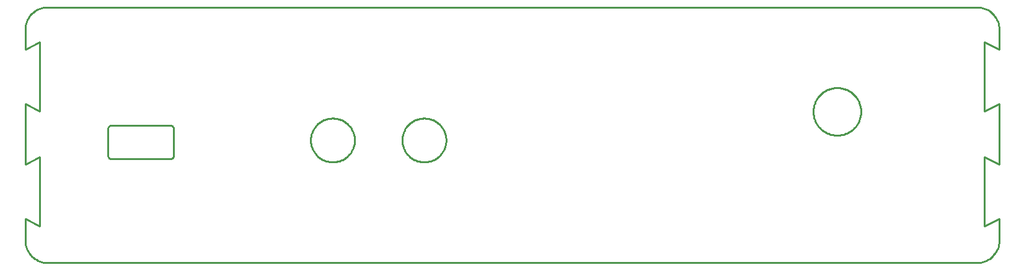
<source format=gbr>
G04 EAGLE Gerber RS-274X export*
G75*
%MOMM*%
%FSLAX34Y34*%
%LPD*%
%IN*%
%IPPOS*%
%AMOC8*
5,1,8,0,0,1.08239X$1,22.5*%
G01*
%ADD10C,0.254000*%


D10*
X0Y30000D02*
X114Y27385D01*
X456Y24791D01*
X1022Y22235D01*
X1809Y19739D01*
X2811Y17321D01*
X4019Y15000D01*
X5425Y12793D01*
X7019Y10716D01*
X8787Y8787D01*
X10716Y7019D01*
X12793Y5425D01*
X15000Y4019D01*
X17321Y2811D01*
X19739Y1809D01*
X22235Y1022D01*
X24791Y456D01*
X27385Y114D01*
X30000Y0D01*
X1300000Y0D01*
X1302615Y114D01*
X1305209Y456D01*
X1307765Y1022D01*
X1310261Y1809D01*
X1312679Y2811D01*
X1315000Y4019D01*
X1317207Y5425D01*
X1319284Y7019D01*
X1321213Y8787D01*
X1322981Y10716D01*
X1324575Y12793D01*
X1325981Y15000D01*
X1327189Y17321D01*
X1328191Y19739D01*
X1328978Y22235D01*
X1329544Y24791D01*
X1329886Y27385D01*
X1330000Y30000D01*
X1330000Y60000D01*
X1310000Y50000D01*
X1310000Y145000D01*
X1330000Y135000D01*
X1330000Y217500D01*
X1310000Y207500D01*
X1310000Y302500D01*
X1330000Y292500D01*
X1330000Y320000D01*
X1329886Y322615D01*
X1329544Y325209D01*
X1328978Y327765D01*
X1328191Y330261D01*
X1327189Y332679D01*
X1325981Y335000D01*
X1324575Y337207D01*
X1322981Y339284D01*
X1321213Y341213D01*
X1319284Y342981D01*
X1317207Y344575D01*
X1315000Y345981D01*
X1312679Y347189D01*
X1310261Y348191D01*
X1307765Y348978D01*
X1305209Y349544D01*
X1302615Y349886D01*
X1300000Y350000D01*
X30000Y350000D01*
X27385Y349886D01*
X24791Y349544D01*
X22235Y348978D01*
X19739Y348191D01*
X17321Y347189D01*
X15000Y345981D01*
X12793Y344575D01*
X10716Y342981D01*
X8787Y341213D01*
X7019Y339284D01*
X5425Y337207D01*
X4019Y335000D01*
X2811Y332679D01*
X1809Y330261D01*
X1022Y327765D01*
X456Y325209D01*
X114Y322615D01*
X0Y320000D01*
X0Y292500D01*
X20000Y302500D01*
X20000Y207500D01*
X0Y217500D01*
X0Y135000D01*
X20000Y145000D01*
X20000Y50000D01*
X0Y60000D01*
X0Y30000D01*
X112700Y147100D02*
X112719Y146664D01*
X112776Y146232D01*
X112870Y145806D01*
X113002Y145390D01*
X113168Y144987D01*
X113370Y144600D01*
X113604Y144232D01*
X113870Y143886D01*
X114164Y143564D01*
X114486Y143270D01*
X114832Y143004D01*
X115200Y142770D01*
X115587Y142568D01*
X115990Y142402D01*
X116406Y142270D01*
X116832Y142176D01*
X117264Y142119D01*
X117700Y142100D01*
X197700Y142100D01*
X198136Y142119D01*
X198568Y142176D01*
X198994Y142270D01*
X199410Y142402D01*
X199813Y142568D01*
X200200Y142770D01*
X200568Y143004D01*
X200914Y143270D01*
X201236Y143564D01*
X201530Y143886D01*
X201796Y144232D01*
X202030Y144600D01*
X202232Y144987D01*
X202398Y145390D01*
X202530Y145806D01*
X202624Y146232D01*
X202681Y146664D01*
X202700Y147100D01*
X202700Y183100D01*
X202681Y183536D01*
X202624Y183968D01*
X202530Y184394D01*
X202398Y184810D01*
X202232Y185213D01*
X202030Y185600D01*
X201796Y185968D01*
X201530Y186314D01*
X201236Y186636D01*
X200914Y186930D01*
X200568Y187196D01*
X200200Y187430D01*
X199813Y187632D01*
X199410Y187798D01*
X198994Y187930D01*
X198568Y188024D01*
X198136Y188081D01*
X197700Y188100D01*
X117700Y188100D01*
X117264Y188081D01*
X116832Y188024D01*
X116406Y187930D01*
X115990Y187798D01*
X115587Y187632D01*
X115200Y187430D01*
X114832Y187196D01*
X114486Y186930D01*
X114164Y186636D01*
X113870Y186314D01*
X113604Y185968D01*
X113370Y185600D01*
X113168Y185213D01*
X113002Y184810D01*
X112870Y184394D01*
X112776Y183968D01*
X112719Y183536D01*
X112700Y183100D01*
X112700Y147100D01*
X449764Y167064D02*
X449692Y165592D01*
X449547Y164127D01*
X449331Y162670D01*
X449044Y161225D01*
X448686Y159796D01*
X448258Y158387D01*
X447762Y157000D01*
X447199Y155639D01*
X446569Y154308D01*
X445874Y153009D01*
X445117Y151745D01*
X444299Y150521D01*
X443422Y149338D01*
X442487Y148199D01*
X441498Y147108D01*
X440456Y146066D01*
X439365Y145077D01*
X438227Y144142D01*
X437043Y143265D01*
X435819Y142447D01*
X434555Y141690D01*
X433256Y140995D01*
X431925Y140365D01*
X430564Y139802D01*
X429177Y139306D01*
X427768Y138878D01*
X426339Y138520D01*
X424894Y138233D01*
X423437Y138017D01*
X421972Y137872D01*
X420500Y137800D01*
X419028Y137800D01*
X417556Y137872D01*
X416091Y138017D01*
X414634Y138233D01*
X413189Y138520D01*
X411760Y138878D01*
X410351Y139306D01*
X408964Y139802D01*
X407603Y140365D01*
X406272Y140995D01*
X404973Y141690D01*
X403709Y142447D01*
X402485Y143265D01*
X401302Y144142D01*
X400163Y145077D01*
X399072Y146066D01*
X398030Y147108D01*
X397041Y148199D01*
X396106Y149338D01*
X395229Y150521D01*
X394411Y151745D01*
X393654Y153009D01*
X392959Y154308D01*
X392329Y155639D01*
X391766Y157000D01*
X391270Y158387D01*
X390842Y159796D01*
X390484Y161225D01*
X390197Y162670D01*
X389981Y164127D01*
X389836Y165592D01*
X389764Y167064D01*
X389764Y168536D01*
X389836Y170008D01*
X389981Y171473D01*
X390197Y172930D01*
X390484Y174375D01*
X390842Y175804D01*
X391270Y177213D01*
X391766Y178600D01*
X392329Y179961D01*
X392959Y181292D01*
X393654Y182591D01*
X394411Y183855D01*
X395229Y185079D01*
X396106Y186263D01*
X397041Y187401D01*
X398030Y188492D01*
X399072Y189534D01*
X400163Y190523D01*
X401302Y191458D01*
X402485Y192335D01*
X403709Y193153D01*
X404973Y193910D01*
X406272Y194605D01*
X407603Y195235D01*
X408964Y195798D01*
X410351Y196294D01*
X411760Y196722D01*
X413189Y197080D01*
X414634Y197367D01*
X416091Y197583D01*
X417556Y197728D01*
X419028Y197800D01*
X420500Y197800D01*
X421972Y197728D01*
X423437Y197583D01*
X424894Y197367D01*
X426339Y197080D01*
X427768Y196722D01*
X429177Y196294D01*
X430564Y195798D01*
X431925Y195235D01*
X433256Y194605D01*
X434555Y193910D01*
X435819Y193153D01*
X437043Y192335D01*
X438227Y191458D01*
X439365Y190523D01*
X440456Y189534D01*
X441498Y188492D01*
X442487Y187401D01*
X443422Y186263D01*
X444299Y185079D01*
X445117Y183855D01*
X445874Y182591D01*
X446569Y181292D01*
X447199Y179961D01*
X447762Y178600D01*
X448258Y177213D01*
X448686Y175804D01*
X449044Y174375D01*
X449331Y172930D01*
X449547Y171473D01*
X449692Y170008D01*
X449764Y168536D01*
X449764Y167064D01*
X574764Y167064D02*
X574692Y165592D01*
X574547Y164127D01*
X574331Y162670D01*
X574044Y161225D01*
X573686Y159796D01*
X573258Y158387D01*
X572762Y157000D01*
X572199Y155639D01*
X571569Y154308D01*
X570874Y153009D01*
X570117Y151745D01*
X569299Y150521D01*
X568422Y149338D01*
X567487Y148199D01*
X566498Y147108D01*
X565456Y146066D01*
X564365Y145077D01*
X563227Y144142D01*
X562043Y143265D01*
X560819Y142447D01*
X559555Y141690D01*
X558256Y140995D01*
X556925Y140365D01*
X555564Y139802D01*
X554177Y139306D01*
X552768Y138878D01*
X551339Y138520D01*
X549894Y138233D01*
X548437Y138017D01*
X546972Y137872D01*
X545500Y137800D01*
X544028Y137800D01*
X542556Y137872D01*
X541091Y138017D01*
X539634Y138233D01*
X538189Y138520D01*
X536760Y138878D01*
X535351Y139306D01*
X533964Y139802D01*
X532603Y140365D01*
X531272Y140995D01*
X529973Y141690D01*
X528709Y142447D01*
X527485Y143265D01*
X526302Y144142D01*
X525163Y145077D01*
X524072Y146066D01*
X523030Y147108D01*
X522041Y148199D01*
X521106Y149338D01*
X520229Y150521D01*
X519411Y151745D01*
X518654Y153009D01*
X517959Y154308D01*
X517329Y155639D01*
X516766Y157000D01*
X516270Y158387D01*
X515842Y159796D01*
X515484Y161225D01*
X515197Y162670D01*
X514981Y164127D01*
X514836Y165592D01*
X514764Y167064D01*
X514764Y168536D01*
X514836Y170008D01*
X514981Y171473D01*
X515197Y172930D01*
X515484Y174375D01*
X515842Y175804D01*
X516270Y177213D01*
X516766Y178600D01*
X517329Y179961D01*
X517959Y181292D01*
X518654Y182591D01*
X519411Y183855D01*
X520229Y185079D01*
X521106Y186263D01*
X522041Y187401D01*
X523030Y188492D01*
X524072Y189534D01*
X525163Y190523D01*
X526302Y191458D01*
X527485Y192335D01*
X528709Y193153D01*
X529973Y193910D01*
X531272Y194605D01*
X532603Y195235D01*
X533964Y195798D01*
X535351Y196294D01*
X536760Y196722D01*
X538189Y197080D01*
X539634Y197367D01*
X541091Y197583D01*
X542556Y197728D01*
X544028Y197800D01*
X545500Y197800D01*
X546972Y197728D01*
X548437Y197583D01*
X549894Y197367D01*
X551339Y197080D01*
X552768Y196722D01*
X554177Y196294D01*
X555564Y195798D01*
X556925Y195235D01*
X558256Y194605D01*
X559555Y193910D01*
X560819Y193153D01*
X562043Y192335D01*
X563227Y191458D01*
X564365Y190523D01*
X565456Y189534D01*
X566498Y188492D01*
X567487Y187401D01*
X568422Y186263D01*
X569299Y185079D01*
X570117Y183855D01*
X570874Y182591D01*
X571569Y181292D01*
X572199Y179961D01*
X572762Y178600D01*
X573258Y177213D01*
X573686Y175804D01*
X574044Y174375D01*
X574331Y172930D01*
X574547Y171473D01*
X574692Y170008D01*
X574764Y168536D01*
X574764Y167064D01*
X1141300Y206202D02*
X1141222Y204608D01*
X1141065Y203020D01*
X1140831Y201442D01*
X1140520Y199877D01*
X1140132Y198329D01*
X1139669Y196802D01*
X1139131Y195300D01*
X1138521Y193826D01*
X1137839Y192383D01*
X1137086Y190976D01*
X1136266Y189607D01*
X1135380Y188281D01*
X1134429Y186999D01*
X1133417Y185766D01*
X1132345Y184583D01*
X1131217Y183455D01*
X1130035Y182383D01*
X1128801Y181371D01*
X1127519Y180421D01*
X1126193Y179534D01*
X1124824Y178714D01*
X1123417Y177961D01*
X1121974Y177279D01*
X1120500Y176669D01*
X1118998Y176131D01*
X1117471Y175668D01*
X1115923Y175280D01*
X1114358Y174969D01*
X1112780Y174735D01*
X1111192Y174578D01*
X1109598Y174500D01*
X1108002Y174500D01*
X1106408Y174578D01*
X1104820Y174735D01*
X1103242Y174969D01*
X1101677Y175280D01*
X1100129Y175668D01*
X1098602Y176131D01*
X1097100Y176669D01*
X1095626Y177279D01*
X1094183Y177961D01*
X1092776Y178714D01*
X1091407Y179534D01*
X1090081Y180421D01*
X1088799Y181371D01*
X1087566Y182383D01*
X1086383Y183455D01*
X1085255Y184583D01*
X1084183Y185766D01*
X1083171Y186999D01*
X1082221Y188281D01*
X1081334Y189607D01*
X1080514Y190976D01*
X1079761Y192383D01*
X1079079Y193826D01*
X1078469Y195300D01*
X1077931Y196802D01*
X1077468Y198329D01*
X1077080Y199877D01*
X1076769Y201442D01*
X1076535Y203020D01*
X1076378Y204608D01*
X1076300Y206202D01*
X1076300Y207798D01*
X1076378Y209392D01*
X1076535Y210980D01*
X1076769Y212558D01*
X1077080Y214123D01*
X1077468Y215671D01*
X1077931Y217198D01*
X1078469Y218700D01*
X1079079Y220174D01*
X1079761Y221617D01*
X1080514Y223024D01*
X1081334Y224393D01*
X1082221Y225719D01*
X1083171Y227001D01*
X1084183Y228235D01*
X1085255Y229417D01*
X1086383Y230545D01*
X1087566Y231617D01*
X1088799Y232629D01*
X1090081Y233580D01*
X1091407Y234466D01*
X1092776Y235286D01*
X1094183Y236039D01*
X1095626Y236721D01*
X1097100Y237331D01*
X1098602Y237869D01*
X1100129Y238332D01*
X1101677Y238720D01*
X1103242Y239031D01*
X1104820Y239265D01*
X1106408Y239422D01*
X1108002Y239500D01*
X1109598Y239500D01*
X1111192Y239422D01*
X1112780Y239265D01*
X1114358Y239031D01*
X1115923Y238720D01*
X1117471Y238332D01*
X1118998Y237869D01*
X1120500Y237331D01*
X1121974Y236721D01*
X1123417Y236039D01*
X1124824Y235286D01*
X1126193Y234466D01*
X1127519Y233580D01*
X1128801Y232629D01*
X1130035Y231617D01*
X1131217Y230545D01*
X1132345Y229417D01*
X1133417Y228235D01*
X1134429Y227001D01*
X1135380Y225719D01*
X1136266Y224393D01*
X1137086Y223024D01*
X1137839Y221617D01*
X1138521Y220174D01*
X1139131Y218700D01*
X1139669Y217198D01*
X1140132Y215671D01*
X1140520Y214123D01*
X1140831Y212558D01*
X1141065Y210980D01*
X1141222Y209392D01*
X1141300Y207798D01*
X1141300Y206202D01*
M02*

</source>
